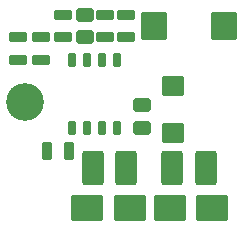
<source format=gts>
G04*
G04 #@! TF.GenerationSoftware,Altium Limited,Altium Designer,20.0.2 (26)*
G04*
G04 Layer_Color=8388736*
%FSTAX24Y24*%
%MOIN*%
G70*
G01*
G75*
G04:AMPARAMS|DCode=23|XSize=28mil|YSize=47mil|CornerRadius=6mil|HoleSize=0mil|Usage=FLASHONLY|Rotation=180.000|XOffset=0mil|YOffset=0mil|HoleType=Round|Shape=RoundedRectangle|*
%AMROUNDEDRECTD23*
21,1,0.0280,0.0350,0,0,180.0*
21,1,0.0160,0.0470,0,0,180.0*
1,1,0.0120,-0.0080,0.0175*
1,1,0.0120,0.0080,0.0175*
1,1,0.0120,0.0080,-0.0175*
1,1,0.0120,-0.0080,-0.0175*
%
%ADD23ROUNDEDRECTD23*%
G04:AMPARAMS|DCode=24|XSize=36mil|YSize=59mil|CornerRadius=6.8mil|HoleSize=0mil|Usage=FLASHONLY|Rotation=270.000|XOffset=0mil|YOffset=0mil|HoleType=Round|Shape=RoundedRectangle|*
%AMROUNDEDRECTD24*
21,1,0.0360,0.0454,0,0,270.0*
21,1,0.0224,0.0590,0,0,270.0*
1,1,0.0136,-0.0227,-0.0112*
1,1,0.0136,-0.0227,0.0112*
1,1,0.0136,0.0227,0.0112*
1,1,0.0136,0.0227,-0.0112*
%
%ADD24ROUNDEDRECTD24*%
G04:AMPARAMS|DCode=25|XSize=43.4mil|YSize=59.2mil|CornerRadius=7.5mil|HoleSize=0mil|Usage=FLASHONLY|Rotation=90.000|XOffset=0mil|YOffset=0mil|HoleType=Round|Shape=RoundedRectangle|*
%AMROUNDEDRECTD25*
21,1,0.0434,0.0441,0,0,90.0*
21,1,0.0283,0.0592,0,0,90.0*
1,1,0.0151,0.0220,0.0142*
1,1,0.0151,0.0220,-0.0142*
1,1,0.0151,-0.0220,-0.0142*
1,1,0.0151,-0.0220,0.0142*
%
%ADD25ROUNDEDRECTD25*%
G04:AMPARAMS|DCode=26|XSize=36mil|YSize=59mil|CornerRadius=6.8mil|HoleSize=0mil|Usage=FLASHONLY|Rotation=180.000|XOffset=0mil|YOffset=0mil|HoleType=Round|Shape=RoundedRectangle|*
%AMROUNDEDRECTD26*
21,1,0.0360,0.0454,0,0,180.0*
21,1,0.0224,0.0590,0,0,180.0*
1,1,0.0136,-0.0112,0.0227*
1,1,0.0136,0.0112,0.0227*
1,1,0.0136,0.0112,-0.0227*
1,1,0.0136,-0.0112,-0.0227*
%
%ADD26ROUNDEDRECTD26*%
G04:AMPARAMS|DCode=27|XSize=67.8mil|YSize=74.1mil|CornerRadius=7.6mil|HoleSize=0mil|Usage=FLASHONLY|Rotation=270.000|XOffset=0mil|YOffset=0mil|HoleType=Round|Shape=RoundedRectangle|*
%AMROUNDEDRECTD27*
21,1,0.0678,0.0590,0,0,270.0*
21,1,0.0527,0.0741,0,0,270.0*
1,1,0.0152,-0.0295,-0.0263*
1,1,0.0152,-0.0295,0.0263*
1,1,0.0152,0.0295,0.0263*
1,1,0.0152,0.0295,-0.0263*
%
%ADD27ROUNDEDRECTD27*%
G04:AMPARAMS|DCode=28|XSize=71mil|YSize=115mil|CornerRadius=10.3mil|HoleSize=0mil|Usage=FLASHONLY|Rotation=180.000|XOffset=0mil|YOffset=0mil|HoleType=Round|Shape=RoundedRectangle|*
%AMROUNDEDRECTD28*
21,1,0.0710,0.0944,0,0,180.0*
21,1,0.0504,0.1150,0,0,180.0*
1,1,0.0206,-0.0252,0.0472*
1,1,0.0206,0.0252,0.0472*
1,1,0.0206,0.0252,-0.0472*
1,1,0.0206,-0.0252,-0.0472*
%
%ADD28ROUNDEDRECTD28*%
G04:AMPARAMS|DCode=29|XSize=86.7mil|YSize=106.4mil|CornerRadius=7.9mil|HoleSize=0mil|Usage=FLASHONLY|Rotation=90.000|XOffset=0mil|YOffset=0mil|HoleType=Round|Shape=RoundedRectangle|*
%AMROUNDEDRECTD29*
21,1,0.0867,0.0906,0,0,90.0*
21,1,0.0709,0.1064,0,0,90.0*
1,1,0.0159,0.0453,0.0354*
1,1,0.0159,0.0453,-0.0354*
1,1,0.0159,-0.0453,-0.0354*
1,1,0.0159,-0.0453,0.0354*
%
%ADD29ROUNDEDRECTD29*%
G04:AMPARAMS|DCode=30|XSize=86.7mil|YSize=94.6mil|CornerRadius=7.9mil|HoleSize=0mil|Usage=FLASHONLY|Rotation=0.000|XOffset=0mil|YOffset=0mil|HoleType=Round|Shape=RoundedRectangle|*
%AMROUNDEDRECTD30*
21,1,0.0867,0.0787,0,0,0.0*
21,1,0.0709,0.0946,0,0,0.0*
1,1,0.0159,0.0354,-0.0394*
1,1,0.0159,-0.0354,-0.0394*
1,1,0.0159,-0.0354,0.0394*
1,1,0.0159,0.0354,0.0394*
%
%ADD30ROUNDEDRECTD30*%
%ADD31C,0.1261*%
D23*
X097705Y028445D02*
D03*
X097205D02*
D03*
Y026185D02*
D03*
X097705D02*
D03*
X096205Y028445D02*
D03*
X096705D02*
D03*
Y026185D02*
D03*
X096205D02*
D03*
D24*
X095905Y02995D02*
D03*
Y0292D02*
D03*
X098005Y02995D02*
D03*
Y0292D02*
D03*
X097305Y0292D02*
D03*
Y02995D02*
D03*
X094405Y0292D02*
D03*
Y02845D02*
D03*
X095165Y0292D02*
D03*
Y02845D02*
D03*
D25*
X096625Y029949D02*
D03*
Y029201D02*
D03*
X098525Y026933D02*
D03*
Y026185D02*
D03*
D26*
X095355Y025425D02*
D03*
X096105D02*
D03*
D27*
X099545Y027582D02*
D03*
Y026008D02*
D03*
D28*
X100651Y024855D02*
D03*
X099539D02*
D03*
X098011D02*
D03*
X096899D02*
D03*
D29*
X098135Y023505D02*
D03*
X099465D02*
D03*
X100851D02*
D03*
X096699D02*
D03*
D30*
X101256Y029565D02*
D03*
X098934Y029565D02*
D03*
D31*
X094622Y027038D02*
D03*
M02*

</source>
